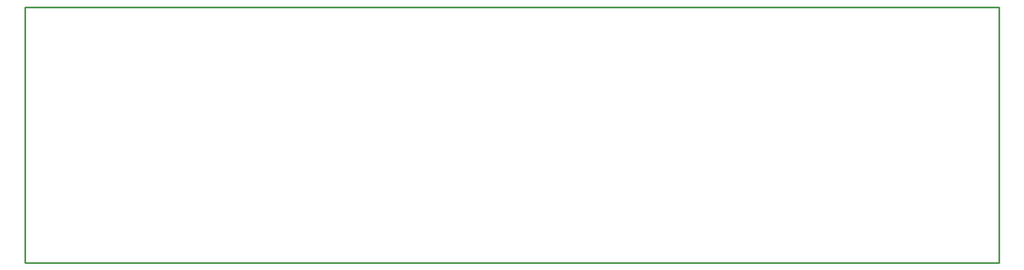
<source format=gbr>
G04 EAGLE Gerber RS-274X export*
G75*
%MOMM*%
%FSLAX34Y34*%
%LPD*%
%IN*%
%IPPOS*%
%AMOC8*
5,1,8,0,0,1.08239X$1,22.5*%
G01*
G04 Define Apertures*
%ADD10C,0.254000*%
D10*
X0Y609600D02*
X1485700Y609600D01*
X1485700Y1000000D01*
X0Y1000000D01*
X0Y609600D01*
M02*

</source>
